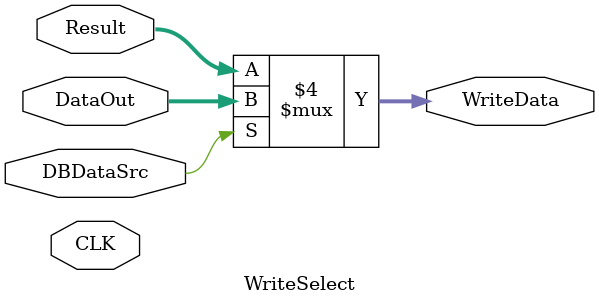
<source format=v>
`timescale 1ns / 1ps

module WriteSelect(
    input CLK,
    input DBDataSrc,
    input  [31:0] Result,
    input  [31:0] DataOut,
    output reg [31:0] WriteData
    );
    always@* begin
     if(DBDataSrc==0)
     WriteData=Result;
     else
     WriteData=DataOut;
     end
endmodule

</source>
